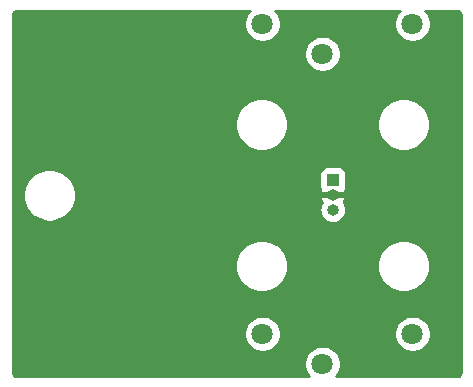
<source format=gbr>
G04 #@! TF.GenerationSoftware,KiCad,Pcbnew,(5.1.0)-1*
G04 #@! TF.CreationDate,2020-03-11T19:31:41+00:00*
G04 #@! TF.ProjectId,Line Generator,4c696e65-2047-4656-9e65-7261746f722e,rev?*
G04 #@! TF.SameCoordinates,Original*
G04 #@! TF.FileFunction,Copper,L2,Bot*
G04 #@! TF.FilePolarity,Positive*
%FSLAX46Y46*%
G04 Gerber Fmt 4.6, Leading zero omitted, Abs format (unit mm)*
G04 Created by KiCad (PCBNEW (5.1.0)-1) date 2020-03-11 19:31:41*
%MOMM*%
%LPD*%
G04 APERTURE LIST*
%ADD10R,1.000000X1.000000*%
%ADD11O,1.000000X1.000000*%
%ADD12C,1.800000*%
%ADD13C,0.254000*%
G04 APERTURE END LIST*
D10*
X230000000Y-83700000D03*
D11*
X230000000Y-84970000D03*
X230000000Y-86240000D03*
D12*
X224050000Y-70500000D03*
X229130000Y-73040000D03*
X236750000Y-70500000D03*
X236750000Y-96750000D03*
X229130000Y-99290000D03*
X224050000Y-96750000D03*
D13*
G36*
X222857688Y-69521495D02*
G01*
X222689701Y-69772905D01*
X222573989Y-70052257D01*
X222515000Y-70348816D01*
X222515000Y-70651184D01*
X222573989Y-70947743D01*
X222689701Y-71227095D01*
X222857688Y-71478505D01*
X223071495Y-71692312D01*
X223322905Y-71860299D01*
X223602257Y-71976011D01*
X223898816Y-72035000D01*
X224201184Y-72035000D01*
X224497743Y-71976011D01*
X224777095Y-71860299D01*
X225028505Y-71692312D01*
X225242312Y-71478505D01*
X225410299Y-71227095D01*
X225526011Y-70947743D01*
X225585000Y-70651184D01*
X225585000Y-70348816D01*
X225526011Y-70052257D01*
X225410299Y-69772905D01*
X225242312Y-69521495D01*
X225130817Y-69410000D01*
X235669183Y-69410000D01*
X235557688Y-69521495D01*
X235389701Y-69772905D01*
X235273989Y-70052257D01*
X235215000Y-70348816D01*
X235215000Y-70651184D01*
X235273989Y-70947743D01*
X235389701Y-71227095D01*
X235557688Y-71478505D01*
X235771495Y-71692312D01*
X236022905Y-71860299D01*
X236302257Y-71976011D01*
X236598816Y-72035000D01*
X236901184Y-72035000D01*
X237197743Y-71976011D01*
X237477095Y-71860299D01*
X237728505Y-71692312D01*
X237942312Y-71478505D01*
X238110299Y-71227095D01*
X238226011Y-70947743D01*
X238285000Y-70651184D01*
X238285000Y-70348816D01*
X238226011Y-70052257D01*
X238110299Y-69772905D01*
X237942312Y-69521495D01*
X237830817Y-69410000D01*
X240467721Y-69410000D01*
X240565424Y-69419580D01*
X240628356Y-69438580D01*
X240686405Y-69469445D01*
X240737343Y-69510989D01*
X240779248Y-69561644D01*
X240810515Y-69619471D01*
X240829956Y-69682272D01*
X240840000Y-69777835D01*
X240840001Y-99967711D01*
X240830420Y-100065424D01*
X240811420Y-100128357D01*
X240780554Y-100186406D01*
X240739011Y-100237343D01*
X240688356Y-100279248D01*
X240630529Y-100310515D01*
X240567728Y-100329956D01*
X240472165Y-100340000D01*
X230250817Y-100340000D01*
X230322312Y-100268505D01*
X230490299Y-100017095D01*
X230606011Y-99737743D01*
X230665000Y-99441184D01*
X230665000Y-99138816D01*
X230606011Y-98842257D01*
X230490299Y-98562905D01*
X230322312Y-98311495D01*
X230108505Y-98097688D01*
X229857095Y-97929701D01*
X229577743Y-97813989D01*
X229281184Y-97755000D01*
X228978816Y-97755000D01*
X228682257Y-97813989D01*
X228402905Y-97929701D01*
X228151495Y-98097688D01*
X227937688Y-98311495D01*
X227769701Y-98562905D01*
X227653989Y-98842257D01*
X227595000Y-99138816D01*
X227595000Y-99441184D01*
X227653989Y-99737743D01*
X227769701Y-100017095D01*
X227937688Y-100268505D01*
X228009183Y-100340000D01*
X203282279Y-100340000D01*
X203184576Y-100330420D01*
X203121643Y-100311420D01*
X203063594Y-100280554D01*
X203012657Y-100239011D01*
X202970752Y-100188356D01*
X202939485Y-100130529D01*
X202920044Y-100067728D01*
X202910000Y-99972165D01*
X202910000Y-96598816D01*
X222515000Y-96598816D01*
X222515000Y-96901184D01*
X222573989Y-97197743D01*
X222689701Y-97477095D01*
X222857688Y-97728505D01*
X223071495Y-97942312D01*
X223322905Y-98110299D01*
X223602257Y-98226011D01*
X223898816Y-98285000D01*
X224201184Y-98285000D01*
X224497743Y-98226011D01*
X224777095Y-98110299D01*
X225028505Y-97942312D01*
X225242312Y-97728505D01*
X225410299Y-97477095D01*
X225526011Y-97197743D01*
X225585000Y-96901184D01*
X225585000Y-96598816D01*
X235215000Y-96598816D01*
X235215000Y-96901184D01*
X235273989Y-97197743D01*
X235389701Y-97477095D01*
X235557688Y-97728505D01*
X235771495Y-97942312D01*
X236022905Y-98110299D01*
X236302257Y-98226011D01*
X236598816Y-98285000D01*
X236901184Y-98285000D01*
X237197743Y-98226011D01*
X237477095Y-98110299D01*
X237728505Y-97942312D01*
X237942312Y-97728505D01*
X238110299Y-97477095D01*
X238226011Y-97197743D01*
X238285000Y-96901184D01*
X238285000Y-96598816D01*
X238226011Y-96302257D01*
X238110299Y-96022905D01*
X237942312Y-95771495D01*
X237728505Y-95557688D01*
X237477095Y-95389701D01*
X237197743Y-95273989D01*
X236901184Y-95215000D01*
X236598816Y-95215000D01*
X236302257Y-95273989D01*
X236022905Y-95389701D01*
X235771495Y-95557688D01*
X235557688Y-95771495D01*
X235389701Y-96022905D01*
X235273989Y-96302257D01*
X235215000Y-96598816D01*
X225585000Y-96598816D01*
X225526011Y-96302257D01*
X225410299Y-96022905D01*
X225242312Y-95771495D01*
X225028505Y-95557688D01*
X224777095Y-95389701D01*
X224497743Y-95273989D01*
X224201184Y-95215000D01*
X223898816Y-95215000D01*
X223602257Y-95273989D01*
X223322905Y-95389701D01*
X223071495Y-95557688D01*
X222857688Y-95771495D01*
X222689701Y-96022905D01*
X222573989Y-96302257D01*
X222515000Y-96598816D01*
X202910000Y-96598816D01*
X202910000Y-90779872D01*
X221765000Y-90779872D01*
X221765000Y-91220128D01*
X221850890Y-91651925D01*
X222019369Y-92058669D01*
X222263962Y-92424729D01*
X222575271Y-92736038D01*
X222941331Y-92980631D01*
X223348075Y-93149110D01*
X223779872Y-93235000D01*
X224220128Y-93235000D01*
X224651925Y-93149110D01*
X225058669Y-92980631D01*
X225424729Y-92736038D01*
X225736038Y-92424729D01*
X225980631Y-92058669D01*
X226149110Y-91651925D01*
X226235000Y-91220128D01*
X226235000Y-90779872D01*
X233765000Y-90779872D01*
X233765000Y-91220128D01*
X233850890Y-91651925D01*
X234019369Y-92058669D01*
X234263962Y-92424729D01*
X234575271Y-92736038D01*
X234941331Y-92980631D01*
X235348075Y-93149110D01*
X235779872Y-93235000D01*
X236220128Y-93235000D01*
X236651925Y-93149110D01*
X237058669Y-92980631D01*
X237424729Y-92736038D01*
X237736038Y-92424729D01*
X237980631Y-92058669D01*
X238149110Y-91651925D01*
X238235000Y-91220128D01*
X238235000Y-90779872D01*
X238149110Y-90348075D01*
X237980631Y-89941331D01*
X237736038Y-89575271D01*
X237424729Y-89263962D01*
X237058669Y-89019369D01*
X236651925Y-88850890D01*
X236220128Y-88765000D01*
X235779872Y-88765000D01*
X235348075Y-88850890D01*
X234941331Y-89019369D01*
X234575271Y-89263962D01*
X234263962Y-89575271D01*
X234019369Y-89941331D01*
X233850890Y-90348075D01*
X233765000Y-90779872D01*
X226235000Y-90779872D01*
X226149110Y-90348075D01*
X225980631Y-89941331D01*
X225736038Y-89575271D01*
X225424729Y-89263962D01*
X225058669Y-89019369D01*
X224651925Y-88850890D01*
X224220128Y-88765000D01*
X223779872Y-88765000D01*
X223348075Y-88850890D01*
X222941331Y-89019369D01*
X222575271Y-89263962D01*
X222263962Y-89575271D01*
X222019369Y-89941331D01*
X221850890Y-90348075D01*
X221765000Y-90779872D01*
X202910000Y-90779872D01*
X202910000Y-84779872D01*
X203765000Y-84779872D01*
X203765000Y-85220128D01*
X203850890Y-85651925D01*
X204019369Y-86058669D01*
X204263962Y-86424729D01*
X204575271Y-86736038D01*
X204941331Y-86980631D01*
X205348075Y-87149110D01*
X205779872Y-87235000D01*
X206220128Y-87235000D01*
X206651925Y-87149110D01*
X207058669Y-86980631D01*
X207424729Y-86736038D01*
X207736038Y-86424729D01*
X207859469Y-86240000D01*
X228859509Y-86240000D01*
X228881423Y-86462499D01*
X228946324Y-86676447D01*
X229051716Y-86873623D01*
X229193551Y-87046449D01*
X229366377Y-87188284D01*
X229563553Y-87293676D01*
X229777501Y-87358577D01*
X229944248Y-87375000D01*
X230055752Y-87375000D01*
X230222499Y-87358577D01*
X230436447Y-87293676D01*
X230633623Y-87188284D01*
X230806449Y-87046449D01*
X230948284Y-86873623D01*
X231053676Y-86676447D01*
X231118577Y-86462499D01*
X231140491Y-86240000D01*
X231118577Y-86017501D01*
X231053676Y-85803553D01*
X230948284Y-85606377D01*
X230940274Y-85596617D01*
X230987123Y-85530206D01*
X231077446Y-85326864D01*
X231094119Y-85271874D01*
X230967954Y-85097000D01*
X230127000Y-85097000D01*
X230127000Y-85112017D01*
X230055752Y-85105000D01*
X229944248Y-85105000D01*
X229873000Y-85112017D01*
X229873000Y-85097000D01*
X229032046Y-85097000D01*
X228905881Y-85271874D01*
X228922554Y-85326864D01*
X229012877Y-85530206D01*
X229059726Y-85596617D01*
X229051716Y-85606377D01*
X228946324Y-85803553D01*
X228881423Y-86017501D01*
X228859509Y-86240000D01*
X207859469Y-86240000D01*
X207980631Y-86058669D01*
X208149110Y-85651925D01*
X208235000Y-85220128D01*
X208235000Y-84779872D01*
X208149110Y-84348075D01*
X207980631Y-83941331D01*
X207736038Y-83575271D01*
X207424729Y-83263962D01*
X207329003Y-83200000D01*
X228861928Y-83200000D01*
X228861928Y-84200000D01*
X228874188Y-84324482D01*
X228910498Y-84444180D01*
X228958070Y-84533180D01*
X228922554Y-84613136D01*
X228905881Y-84668126D01*
X229032046Y-84843000D01*
X229873000Y-84843000D01*
X229873000Y-84838072D01*
X230127000Y-84838072D01*
X230127000Y-84843000D01*
X230967954Y-84843000D01*
X231094119Y-84668126D01*
X231077446Y-84613136D01*
X231041930Y-84533180D01*
X231089502Y-84444180D01*
X231125812Y-84324482D01*
X231138072Y-84200000D01*
X231138072Y-83200000D01*
X231125812Y-83075518D01*
X231089502Y-82955820D01*
X231030537Y-82845506D01*
X230951185Y-82748815D01*
X230854494Y-82669463D01*
X230744180Y-82610498D01*
X230624482Y-82574188D01*
X230500000Y-82561928D01*
X229500000Y-82561928D01*
X229375518Y-82574188D01*
X229255820Y-82610498D01*
X229145506Y-82669463D01*
X229048815Y-82748815D01*
X228969463Y-82845506D01*
X228910498Y-82955820D01*
X228874188Y-83075518D01*
X228861928Y-83200000D01*
X207329003Y-83200000D01*
X207058669Y-83019369D01*
X206651925Y-82850890D01*
X206220128Y-82765000D01*
X205779872Y-82765000D01*
X205348075Y-82850890D01*
X204941331Y-83019369D01*
X204575271Y-83263962D01*
X204263962Y-83575271D01*
X204019369Y-83941331D01*
X203850890Y-84348075D01*
X203765000Y-84779872D01*
X202910000Y-84779872D01*
X202910000Y-78779872D01*
X221765000Y-78779872D01*
X221765000Y-79220128D01*
X221850890Y-79651925D01*
X222019369Y-80058669D01*
X222263962Y-80424729D01*
X222575271Y-80736038D01*
X222941331Y-80980631D01*
X223348075Y-81149110D01*
X223779872Y-81235000D01*
X224220128Y-81235000D01*
X224651925Y-81149110D01*
X225058669Y-80980631D01*
X225424729Y-80736038D01*
X225736038Y-80424729D01*
X225980631Y-80058669D01*
X226149110Y-79651925D01*
X226235000Y-79220128D01*
X226235000Y-78779872D01*
X233765000Y-78779872D01*
X233765000Y-79220128D01*
X233850890Y-79651925D01*
X234019369Y-80058669D01*
X234263962Y-80424729D01*
X234575271Y-80736038D01*
X234941331Y-80980631D01*
X235348075Y-81149110D01*
X235779872Y-81235000D01*
X236220128Y-81235000D01*
X236651925Y-81149110D01*
X237058669Y-80980631D01*
X237424729Y-80736038D01*
X237736038Y-80424729D01*
X237980631Y-80058669D01*
X238149110Y-79651925D01*
X238235000Y-79220128D01*
X238235000Y-78779872D01*
X238149110Y-78348075D01*
X237980631Y-77941331D01*
X237736038Y-77575271D01*
X237424729Y-77263962D01*
X237058669Y-77019369D01*
X236651925Y-76850890D01*
X236220128Y-76765000D01*
X235779872Y-76765000D01*
X235348075Y-76850890D01*
X234941331Y-77019369D01*
X234575271Y-77263962D01*
X234263962Y-77575271D01*
X234019369Y-77941331D01*
X233850890Y-78348075D01*
X233765000Y-78779872D01*
X226235000Y-78779872D01*
X226149110Y-78348075D01*
X225980631Y-77941331D01*
X225736038Y-77575271D01*
X225424729Y-77263962D01*
X225058669Y-77019369D01*
X224651925Y-76850890D01*
X224220128Y-76765000D01*
X223779872Y-76765000D01*
X223348075Y-76850890D01*
X222941331Y-77019369D01*
X222575271Y-77263962D01*
X222263962Y-77575271D01*
X222019369Y-77941331D01*
X221850890Y-78348075D01*
X221765000Y-78779872D01*
X202910000Y-78779872D01*
X202910000Y-72888816D01*
X227595000Y-72888816D01*
X227595000Y-73191184D01*
X227653989Y-73487743D01*
X227769701Y-73767095D01*
X227937688Y-74018505D01*
X228151495Y-74232312D01*
X228402905Y-74400299D01*
X228682257Y-74516011D01*
X228978816Y-74575000D01*
X229281184Y-74575000D01*
X229577743Y-74516011D01*
X229857095Y-74400299D01*
X230108505Y-74232312D01*
X230322312Y-74018505D01*
X230490299Y-73767095D01*
X230606011Y-73487743D01*
X230665000Y-73191184D01*
X230665000Y-72888816D01*
X230606011Y-72592257D01*
X230490299Y-72312905D01*
X230322312Y-72061495D01*
X230108505Y-71847688D01*
X229857095Y-71679701D01*
X229577743Y-71563989D01*
X229281184Y-71505000D01*
X228978816Y-71505000D01*
X228682257Y-71563989D01*
X228402905Y-71679701D01*
X228151495Y-71847688D01*
X227937688Y-72061495D01*
X227769701Y-72312905D01*
X227653989Y-72592257D01*
X227595000Y-72888816D01*
X202910000Y-72888816D01*
X202910000Y-69782279D01*
X202919580Y-69684576D01*
X202938580Y-69621644D01*
X202969445Y-69563595D01*
X203010989Y-69512657D01*
X203061644Y-69470752D01*
X203119471Y-69439485D01*
X203182272Y-69420044D01*
X203277835Y-69410000D01*
X222969183Y-69410000D01*
X222857688Y-69521495D01*
X222857688Y-69521495D01*
G37*
X222857688Y-69521495D02*
X222689701Y-69772905D01*
X222573989Y-70052257D01*
X222515000Y-70348816D01*
X222515000Y-70651184D01*
X222573989Y-70947743D01*
X222689701Y-71227095D01*
X222857688Y-71478505D01*
X223071495Y-71692312D01*
X223322905Y-71860299D01*
X223602257Y-71976011D01*
X223898816Y-72035000D01*
X224201184Y-72035000D01*
X224497743Y-71976011D01*
X224777095Y-71860299D01*
X225028505Y-71692312D01*
X225242312Y-71478505D01*
X225410299Y-71227095D01*
X225526011Y-70947743D01*
X225585000Y-70651184D01*
X225585000Y-70348816D01*
X225526011Y-70052257D01*
X225410299Y-69772905D01*
X225242312Y-69521495D01*
X225130817Y-69410000D01*
X235669183Y-69410000D01*
X235557688Y-69521495D01*
X235389701Y-69772905D01*
X235273989Y-70052257D01*
X235215000Y-70348816D01*
X235215000Y-70651184D01*
X235273989Y-70947743D01*
X235389701Y-71227095D01*
X235557688Y-71478505D01*
X235771495Y-71692312D01*
X236022905Y-71860299D01*
X236302257Y-71976011D01*
X236598816Y-72035000D01*
X236901184Y-72035000D01*
X237197743Y-71976011D01*
X237477095Y-71860299D01*
X237728505Y-71692312D01*
X237942312Y-71478505D01*
X238110299Y-71227095D01*
X238226011Y-70947743D01*
X238285000Y-70651184D01*
X238285000Y-70348816D01*
X238226011Y-70052257D01*
X238110299Y-69772905D01*
X237942312Y-69521495D01*
X237830817Y-69410000D01*
X240467721Y-69410000D01*
X240565424Y-69419580D01*
X240628356Y-69438580D01*
X240686405Y-69469445D01*
X240737343Y-69510989D01*
X240779248Y-69561644D01*
X240810515Y-69619471D01*
X240829956Y-69682272D01*
X240840000Y-69777835D01*
X240840001Y-99967711D01*
X240830420Y-100065424D01*
X240811420Y-100128357D01*
X240780554Y-100186406D01*
X240739011Y-100237343D01*
X240688356Y-100279248D01*
X240630529Y-100310515D01*
X240567728Y-100329956D01*
X240472165Y-100340000D01*
X230250817Y-100340000D01*
X230322312Y-100268505D01*
X230490299Y-100017095D01*
X230606011Y-99737743D01*
X230665000Y-99441184D01*
X230665000Y-99138816D01*
X230606011Y-98842257D01*
X230490299Y-98562905D01*
X230322312Y-98311495D01*
X230108505Y-98097688D01*
X229857095Y-97929701D01*
X229577743Y-97813989D01*
X229281184Y-97755000D01*
X228978816Y-97755000D01*
X228682257Y-97813989D01*
X228402905Y-97929701D01*
X228151495Y-98097688D01*
X227937688Y-98311495D01*
X227769701Y-98562905D01*
X227653989Y-98842257D01*
X227595000Y-99138816D01*
X227595000Y-99441184D01*
X227653989Y-99737743D01*
X227769701Y-100017095D01*
X227937688Y-100268505D01*
X228009183Y-100340000D01*
X203282279Y-100340000D01*
X203184576Y-100330420D01*
X203121643Y-100311420D01*
X203063594Y-100280554D01*
X203012657Y-100239011D01*
X202970752Y-100188356D01*
X202939485Y-100130529D01*
X202920044Y-100067728D01*
X202910000Y-99972165D01*
X202910000Y-96598816D01*
X222515000Y-96598816D01*
X222515000Y-96901184D01*
X222573989Y-97197743D01*
X222689701Y-97477095D01*
X222857688Y-97728505D01*
X223071495Y-97942312D01*
X223322905Y-98110299D01*
X223602257Y-98226011D01*
X223898816Y-98285000D01*
X224201184Y-98285000D01*
X224497743Y-98226011D01*
X224777095Y-98110299D01*
X225028505Y-97942312D01*
X225242312Y-97728505D01*
X225410299Y-97477095D01*
X225526011Y-97197743D01*
X225585000Y-96901184D01*
X225585000Y-96598816D01*
X235215000Y-96598816D01*
X235215000Y-96901184D01*
X235273989Y-97197743D01*
X235389701Y-97477095D01*
X235557688Y-97728505D01*
X235771495Y-97942312D01*
X236022905Y-98110299D01*
X236302257Y-98226011D01*
X236598816Y-98285000D01*
X236901184Y-98285000D01*
X237197743Y-98226011D01*
X237477095Y-98110299D01*
X237728505Y-97942312D01*
X237942312Y-97728505D01*
X238110299Y-97477095D01*
X238226011Y-97197743D01*
X238285000Y-96901184D01*
X238285000Y-96598816D01*
X238226011Y-96302257D01*
X238110299Y-96022905D01*
X237942312Y-95771495D01*
X237728505Y-95557688D01*
X237477095Y-95389701D01*
X237197743Y-95273989D01*
X236901184Y-95215000D01*
X236598816Y-95215000D01*
X236302257Y-95273989D01*
X236022905Y-95389701D01*
X235771495Y-95557688D01*
X235557688Y-95771495D01*
X235389701Y-96022905D01*
X235273989Y-96302257D01*
X235215000Y-96598816D01*
X225585000Y-96598816D01*
X225526011Y-96302257D01*
X225410299Y-96022905D01*
X225242312Y-95771495D01*
X225028505Y-95557688D01*
X224777095Y-95389701D01*
X224497743Y-95273989D01*
X224201184Y-95215000D01*
X223898816Y-95215000D01*
X223602257Y-95273989D01*
X223322905Y-95389701D01*
X223071495Y-95557688D01*
X222857688Y-95771495D01*
X222689701Y-96022905D01*
X222573989Y-96302257D01*
X222515000Y-96598816D01*
X202910000Y-96598816D01*
X202910000Y-90779872D01*
X221765000Y-90779872D01*
X221765000Y-91220128D01*
X221850890Y-91651925D01*
X222019369Y-92058669D01*
X222263962Y-92424729D01*
X222575271Y-92736038D01*
X222941331Y-92980631D01*
X223348075Y-93149110D01*
X223779872Y-93235000D01*
X224220128Y-93235000D01*
X224651925Y-93149110D01*
X225058669Y-92980631D01*
X225424729Y-92736038D01*
X225736038Y-92424729D01*
X225980631Y-92058669D01*
X226149110Y-91651925D01*
X226235000Y-91220128D01*
X226235000Y-90779872D01*
X233765000Y-90779872D01*
X233765000Y-91220128D01*
X233850890Y-91651925D01*
X234019369Y-92058669D01*
X234263962Y-92424729D01*
X234575271Y-92736038D01*
X234941331Y-92980631D01*
X235348075Y-93149110D01*
X235779872Y-93235000D01*
X236220128Y-93235000D01*
X236651925Y-93149110D01*
X237058669Y-92980631D01*
X237424729Y-92736038D01*
X237736038Y-92424729D01*
X237980631Y-92058669D01*
X238149110Y-91651925D01*
X238235000Y-91220128D01*
X238235000Y-90779872D01*
X238149110Y-90348075D01*
X237980631Y-89941331D01*
X237736038Y-89575271D01*
X237424729Y-89263962D01*
X237058669Y-89019369D01*
X236651925Y-88850890D01*
X236220128Y-88765000D01*
X235779872Y-88765000D01*
X235348075Y-88850890D01*
X234941331Y-89019369D01*
X234575271Y-89263962D01*
X234263962Y-89575271D01*
X234019369Y-89941331D01*
X233850890Y-90348075D01*
X233765000Y-90779872D01*
X226235000Y-90779872D01*
X226149110Y-90348075D01*
X225980631Y-89941331D01*
X225736038Y-89575271D01*
X225424729Y-89263962D01*
X225058669Y-89019369D01*
X224651925Y-88850890D01*
X224220128Y-88765000D01*
X223779872Y-88765000D01*
X223348075Y-88850890D01*
X222941331Y-89019369D01*
X222575271Y-89263962D01*
X222263962Y-89575271D01*
X222019369Y-89941331D01*
X221850890Y-90348075D01*
X221765000Y-90779872D01*
X202910000Y-90779872D01*
X202910000Y-84779872D01*
X203765000Y-84779872D01*
X203765000Y-85220128D01*
X203850890Y-85651925D01*
X204019369Y-86058669D01*
X204263962Y-86424729D01*
X204575271Y-86736038D01*
X204941331Y-86980631D01*
X205348075Y-87149110D01*
X205779872Y-87235000D01*
X206220128Y-87235000D01*
X206651925Y-87149110D01*
X207058669Y-86980631D01*
X207424729Y-86736038D01*
X207736038Y-86424729D01*
X207859469Y-86240000D01*
X228859509Y-86240000D01*
X228881423Y-86462499D01*
X228946324Y-86676447D01*
X229051716Y-86873623D01*
X229193551Y-87046449D01*
X229366377Y-87188284D01*
X229563553Y-87293676D01*
X229777501Y-87358577D01*
X229944248Y-87375000D01*
X230055752Y-87375000D01*
X230222499Y-87358577D01*
X230436447Y-87293676D01*
X230633623Y-87188284D01*
X230806449Y-87046449D01*
X230948284Y-86873623D01*
X231053676Y-86676447D01*
X231118577Y-86462499D01*
X231140491Y-86240000D01*
X231118577Y-86017501D01*
X231053676Y-85803553D01*
X230948284Y-85606377D01*
X230940274Y-85596617D01*
X230987123Y-85530206D01*
X231077446Y-85326864D01*
X231094119Y-85271874D01*
X230967954Y-85097000D01*
X230127000Y-85097000D01*
X230127000Y-85112017D01*
X230055752Y-85105000D01*
X229944248Y-85105000D01*
X229873000Y-85112017D01*
X229873000Y-85097000D01*
X229032046Y-85097000D01*
X228905881Y-85271874D01*
X228922554Y-85326864D01*
X229012877Y-85530206D01*
X229059726Y-85596617D01*
X229051716Y-85606377D01*
X228946324Y-85803553D01*
X228881423Y-86017501D01*
X228859509Y-86240000D01*
X207859469Y-86240000D01*
X207980631Y-86058669D01*
X208149110Y-85651925D01*
X208235000Y-85220128D01*
X208235000Y-84779872D01*
X208149110Y-84348075D01*
X207980631Y-83941331D01*
X207736038Y-83575271D01*
X207424729Y-83263962D01*
X207329003Y-83200000D01*
X228861928Y-83200000D01*
X228861928Y-84200000D01*
X228874188Y-84324482D01*
X228910498Y-84444180D01*
X228958070Y-84533180D01*
X228922554Y-84613136D01*
X228905881Y-84668126D01*
X229032046Y-84843000D01*
X229873000Y-84843000D01*
X229873000Y-84838072D01*
X230127000Y-84838072D01*
X230127000Y-84843000D01*
X230967954Y-84843000D01*
X231094119Y-84668126D01*
X231077446Y-84613136D01*
X231041930Y-84533180D01*
X231089502Y-84444180D01*
X231125812Y-84324482D01*
X231138072Y-84200000D01*
X231138072Y-83200000D01*
X231125812Y-83075518D01*
X231089502Y-82955820D01*
X231030537Y-82845506D01*
X230951185Y-82748815D01*
X230854494Y-82669463D01*
X230744180Y-82610498D01*
X230624482Y-82574188D01*
X230500000Y-82561928D01*
X229500000Y-82561928D01*
X229375518Y-82574188D01*
X229255820Y-82610498D01*
X229145506Y-82669463D01*
X229048815Y-82748815D01*
X228969463Y-82845506D01*
X228910498Y-82955820D01*
X228874188Y-83075518D01*
X228861928Y-83200000D01*
X207329003Y-83200000D01*
X207058669Y-83019369D01*
X206651925Y-82850890D01*
X206220128Y-82765000D01*
X205779872Y-82765000D01*
X205348075Y-82850890D01*
X204941331Y-83019369D01*
X204575271Y-83263962D01*
X204263962Y-83575271D01*
X204019369Y-83941331D01*
X203850890Y-84348075D01*
X203765000Y-84779872D01*
X202910000Y-84779872D01*
X202910000Y-78779872D01*
X221765000Y-78779872D01*
X221765000Y-79220128D01*
X221850890Y-79651925D01*
X222019369Y-80058669D01*
X222263962Y-80424729D01*
X222575271Y-80736038D01*
X222941331Y-80980631D01*
X223348075Y-81149110D01*
X223779872Y-81235000D01*
X224220128Y-81235000D01*
X224651925Y-81149110D01*
X225058669Y-80980631D01*
X225424729Y-80736038D01*
X225736038Y-80424729D01*
X225980631Y-80058669D01*
X226149110Y-79651925D01*
X226235000Y-79220128D01*
X226235000Y-78779872D01*
X233765000Y-78779872D01*
X233765000Y-79220128D01*
X233850890Y-79651925D01*
X234019369Y-80058669D01*
X234263962Y-80424729D01*
X234575271Y-80736038D01*
X234941331Y-80980631D01*
X235348075Y-81149110D01*
X235779872Y-81235000D01*
X236220128Y-81235000D01*
X236651925Y-81149110D01*
X237058669Y-80980631D01*
X237424729Y-80736038D01*
X237736038Y-80424729D01*
X237980631Y-80058669D01*
X238149110Y-79651925D01*
X238235000Y-79220128D01*
X238235000Y-78779872D01*
X238149110Y-78348075D01*
X237980631Y-77941331D01*
X237736038Y-77575271D01*
X237424729Y-77263962D01*
X237058669Y-77019369D01*
X236651925Y-76850890D01*
X236220128Y-76765000D01*
X235779872Y-76765000D01*
X235348075Y-76850890D01*
X234941331Y-77019369D01*
X234575271Y-77263962D01*
X234263962Y-77575271D01*
X234019369Y-77941331D01*
X233850890Y-78348075D01*
X233765000Y-78779872D01*
X226235000Y-78779872D01*
X226149110Y-78348075D01*
X225980631Y-77941331D01*
X225736038Y-77575271D01*
X225424729Y-77263962D01*
X225058669Y-77019369D01*
X224651925Y-76850890D01*
X224220128Y-76765000D01*
X223779872Y-76765000D01*
X223348075Y-76850890D01*
X222941331Y-77019369D01*
X222575271Y-77263962D01*
X222263962Y-77575271D01*
X222019369Y-77941331D01*
X221850890Y-78348075D01*
X221765000Y-78779872D01*
X202910000Y-78779872D01*
X202910000Y-72888816D01*
X227595000Y-72888816D01*
X227595000Y-73191184D01*
X227653989Y-73487743D01*
X227769701Y-73767095D01*
X227937688Y-74018505D01*
X228151495Y-74232312D01*
X228402905Y-74400299D01*
X228682257Y-74516011D01*
X228978816Y-74575000D01*
X229281184Y-74575000D01*
X229577743Y-74516011D01*
X229857095Y-74400299D01*
X230108505Y-74232312D01*
X230322312Y-74018505D01*
X230490299Y-73767095D01*
X230606011Y-73487743D01*
X230665000Y-73191184D01*
X230665000Y-72888816D01*
X230606011Y-72592257D01*
X230490299Y-72312905D01*
X230322312Y-72061495D01*
X230108505Y-71847688D01*
X229857095Y-71679701D01*
X229577743Y-71563989D01*
X229281184Y-71505000D01*
X228978816Y-71505000D01*
X228682257Y-71563989D01*
X228402905Y-71679701D01*
X228151495Y-71847688D01*
X227937688Y-72061495D01*
X227769701Y-72312905D01*
X227653989Y-72592257D01*
X227595000Y-72888816D01*
X202910000Y-72888816D01*
X202910000Y-69782279D01*
X202919580Y-69684576D01*
X202938580Y-69621644D01*
X202969445Y-69563595D01*
X203010989Y-69512657D01*
X203061644Y-69470752D01*
X203119471Y-69439485D01*
X203182272Y-69420044D01*
X203277835Y-69410000D01*
X222969183Y-69410000D01*
X222857688Y-69521495D01*
M02*

</source>
